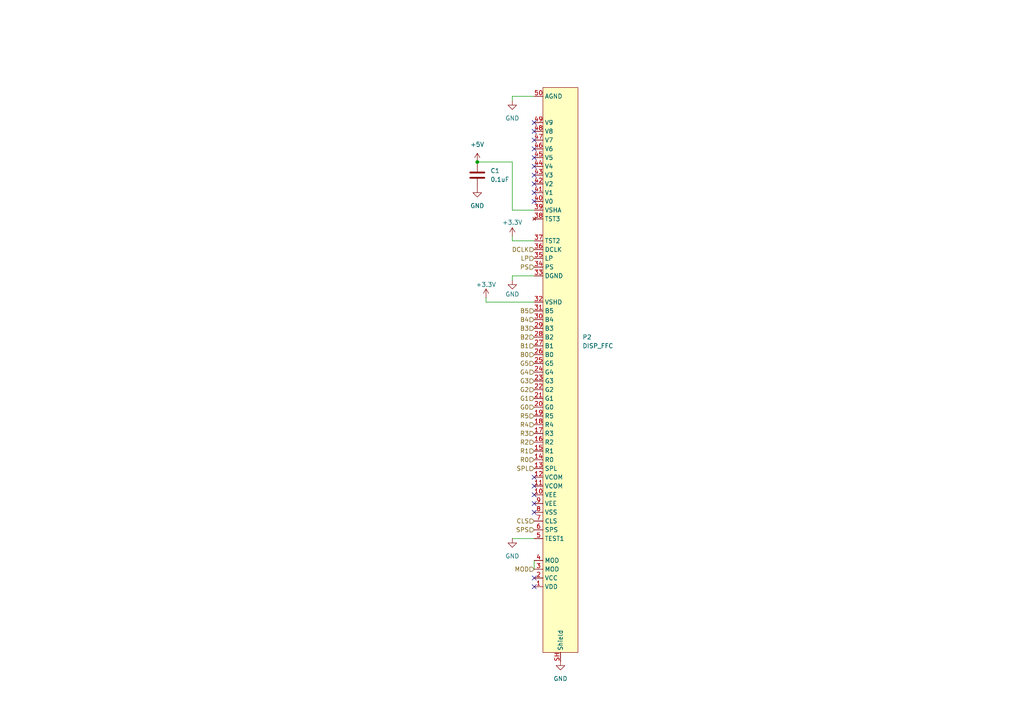
<source format=kicad_sch>
(kicad_sch (version 20250114) (generator "eeschema") (generator_version "9.0")
  (paper "A4")
  (lib_symbols
    (symbol "Device:C" (pin_numbers (hide yes)) (pin_names (offset 0.254))
      (property "Reference" "C" (at 0.635 2.54 0))
      (property "Value" "C" (at 0.635 -2.54 0))
      (symbol "C_0_1"
        (polyline (pts (xy -2.032 0.762) (xy 2.032 0.762)) (stroke (width 0.508)))
        (polyline (pts (xy -2.032 -0.762) (xy 2.032 -0.762)) (stroke (width 0.508)))
      )
      (symbol "C_1_1"
        (pin passive line (at 0 3.81 270) (length 2.794) (name "~") (number "1"))
        (pin passive line (at 0 -3.81 90) (length 2.794) (name "~") (number "2"))
      )
    )
    (symbol "gbc_display:DISP_FFC"
      (property "Reference" "P" (at 0 43.688 0))
      (property "Value" "DISP_FFC" (at 0 41.656 0))
      (symbol "DISP_FFC_1_1"
        (rectangle (start -5.08 40.64) (end 5.08 -123.19) (fill (type background)))
        (pin power_in line (at -7.62 38.1 0) (length 2.54) (name "AGND") (number "50"))
        (pin power_in line (at -7.62 30.48 0) (length 2.54) (name "V9") (number "49"))
        (pin power_in line (at -7.62 27.94 0) (length 2.54) (name "V8") (number "48"))
        (pin power_in line (at -7.62 25.4 0) (length 2.54) (name "V7") (number "47"))
        (pin power_in line (at -7.62 22.86 0) (length 2.54) (name "V6") (number "46"))
        (pin power_in line (at -7.62 20.32 0) (length 2.54) (name "V5") (number "45"))
        (pin power_in line (at -7.62 17.78 0) (length 2.54) (name "V4") (number "44"))
        (pin power_in line (at -7.62 15.24 0) (length 2.54) (name "V3") (number "43"))
        (pin power_in line (at -7.62 12.7 0) (length 2.54) (name "V2") (number "42"))
        (pin power_in line (at -7.62 10.16 0) (length 2.54) (name "V1") (number "41"))
        (pin power_in line (at -7.62 7.62 0) (length 2.54) (name "V0") (number "40"))
        (pin power_in line (at -7.62 5.08 0) (length 2.54) (name "VSHA") (number "39"))
        (pin no_connect line (at -7.62 2.54 0) (length 2.54) (name "TST3") (number "38"))
        (pin input line (at -7.62 -3.81 0) (length 2.54) (name "TST2") (number "37"))
        (pin input line (at -7.62 -6.35 0) (length 2.54) (name "DCLK") (number "36"))
        (pin input line (at -7.62 -8.89 0) (length 2.54) (name "LP") (number "35"))
        (pin input line (at -7.62 -11.43 0) (length 2.54) (name "PS") (number "34"))
        (pin power_in line (at -7.62 -13.97 0) (length 2.54) (name "DGND") (number "33"))
        (pin power_in line (at -7.62 -21.59 0) (length 2.54) (name "VSHD") (number "32"))
        (pin input line (at -7.62 -24.13 0) (length 2.54) (name "B5") (number "31"))
        (pin input line (at -7.62 -26.67 0) (length 2.54) (name "B4") (number "30"))
        (pin input line (at -7.62 -29.21 0) (length 2.54) (name "B3") (number "29"))
        (pin input line (at -7.62 -31.75 0) (length 2.54) (name "B2") (number "28"))
        (pin input line (at -7.62 -34.29 0) (length 2.54) (name "B1") (number "27"))
        (pin input line (at -7.62 -36.83 0) (length 2.54) (name "B0") (number "26"))
        (pin input line (at -7.62 -39.37 0) (length 2.54) (name "G5") (number "25"))
        (pin input line (at -7.62 -41.91 0) (length 2.54) (name "G4") (number "24"))
        (pin input line (at -7.62 -44.45 0) (length 2.54) (name "G3") (number "23"))
        (pin input line (at -7.62 -46.99 0) (length 2.54) (name "G2") (number "22"))
        (pin input line (at -7.62 -49.53 0) (length 2.54) (name "G1") (number "21"))
        (pin input line (at -7.62 -52.07 0) (length 2.54) (name "G0") (number "20"))
        (pin input line (at -7.62 -54.61 0) (length 2.54) (name "R5") (number "19"))
        (pin input line (at -7.62 -57.15 0) (length 2.54) (name "R4") (number "18"))
        (pin input line (at -7.62 -59.69 0) (length 2.54) (name "R3") (number "17"))
        (pin input line (at -7.62 -62.23 0) (length 2.54) (name "R2") (number "16"))
        (pin input line (at -7.62 -64.77 0) (length 2.54) (name "R1") (number "15"))
        (pin input line (at -7.62 -67.31 0) (length 2.54) (name "R0") (number "14"))
        (pin input line (at -7.62 -69.85 0) (length 2.54) (name "SPL") (number "13"))
        (pin power_in line (at -7.62 -72.39 0) (length 2.54) (name "VCOM") (number "12"))
        (pin power_in line (at -7.62 -74.93 0) (length 2.54) (name "VCOM") (number "11"))
        (pin power_in line (at -7.62 -77.47 0) (length 2.54) (name "VEE") (number "10"))
        (pin power_in line (at -7.62 -80.01 0) (length 2.54) (name "VEE") (number "9"))
        (pin power_in line (at -7.62 -82.55 0) (length 2.54) (name "VSS") (number "8"))
        (pin input line (at -7.62 -85.09 0) (length 2.54) (name "CLS") (number "7"))
        (pin input line (at -7.62 -87.63 0) (length 2.54) (name "SPS") (number "6"))
        (pin input line (at -7.62 -90.17 0) (length 2.54) (name "TEST1") (number "5"))
        (pin input line (at -7.62 -96.52 0) (length 2.54) (name "MOD") (number "4"))
        (pin input line (at -7.62 -99.06 0) (length 2.54) (name "MOD") (number "3"))
        (pin power_in line (at -7.62 -101.6 0) (length 2.54) (name "VCC") (number "2"))
        (pin power_in line (at -7.62 -104.14 0) (length 2.54) (name "VDD") (number "1"))
        (pin input line (at 0 -125.73 90) (length 2.54) (name "Shield") (number "SH"))
      )
    )
    (symbol "power:+3.3V" (power) (pin_numbers (hide yes)) (pin_names (offset 0) (hide yes))
      (property "Value" "+3.3V" (at 0 3.556 0))
      (symbol "+3.3V_0_1"
        (polyline (pts (xy -0.762 1.27) (xy 0 2.54)))
        (polyline (pts (xy 0 2.54) (xy 0.762 1.27)))
        (polyline (pts (xy 0 0) (xy 0 2.54)))
      )
      (symbol "+3.3V_1_1"
        (pin power_in line (at 0 0 90) (length 0) (name "~") (number "1"))
      )
    )
    (symbol "power:+5V" (power) (pin_numbers (hide yes)) (pin_names (offset 0) (hide yes))
      (property "Value" "+5V" (at 0 3.556 0))
      (symbol "+5V_0_1"
        (polyline (pts (xy -0.762 1.27) (xy 0 2.54)))
        (polyline (pts (xy 0 2.54) (xy 0.762 1.27)))
        (polyline (pts (xy 0 0) (xy 0 2.54)))
      )
      (symbol "+5V_1_1"
        (pin power_in line (at 0 0 90) (length 0) (name "~") (number "1"))
      )
    )
    (symbol "power:GND" (power) (pin_numbers (hide yes)) (pin_names (offset 0) (hide yes))
      (property "Value" "GND" (at 0 -3.81 0))
      (symbol "GND_0_1"
        (polyline (pts (xy 0 0) (xy 0 -1.27) (xy 1.27 -1.27) (xy 0 -2.54) (xy -1.27 -1.27) (xy 0 -1.27)))
      )
      (symbol "GND_1_1"
        (pin power_in line (at 0 0 270) (length 0) (name "~") (number "1"))
      )
    )
  )
  (junction (at 138.43 46.99))
  (no_connect (at 154.94 146.05))
  (no_connect (at 154.94 50.8))
  (no_connect (at 154.94 58.42))
  (no_connect (at 154.94 43.18))
  (no_connect (at 154.94 140.97))
  (no_connect (at 154.94 167.64))
  (no_connect (at 154.94 48.26))
  (no_connect (at 154.94 143.51))
  (no_connect (at 154.94 170.18))
  (no_connect (at 154.94 45.72))
  (no_connect (at 154.94 53.34))
  (no_connect (at 154.94 55.88))
  (no_connect (at 154.94 40.64))
  (no_connect (at 154.94 148.59))
  (no_connect (at 154.94 35.56))
  (no_connect (at 154.94 138.43))
  (no_connect (at 154.94 38.1))
  (wire (pts (xy 148.59 156.21) (xy 154.94 156.21)))
  (wire (pts (xy 148.59 29.21) (xy 148.59 27.94)))
  (wire (pts (xy 154.94 60.96) (xy 148.59 60.96)))
  (wire (pts (xy 148.59 27.94) (xy 154.94 27.94)))
  (wire (pts (xy 154.94 162.56) (xy 154.94 165.1)))
  (wire (pts (xy 138.43 46.99) (xy 148.59 46.99)))
  (wire (pts (xy 154.94 87.63) (xy 140.97 87.63)))
  (wire (pts (xy 148.59 80.01) (xy 148.59 81.28)))
  (wire (pts (xy 148.59 69.85) (xy 148.59 68.58)))
  (wire (pts (xy 154.94 69.85) (xy 148.59 69.85)))
  (wire (pts (xy 148.59 80.01) (xy 154.94 80.01)))
  (wire (pts (xy 148.59 60.96) (xy 148.59 46.99)))
  (wire (pts (xy 140.97 86.36) (xy 140.97 87.63)))
  (hierarchical_label "G1" (shape input) (at 154.94 115.57 180))
  (hierarchical_label "G3" (shape input) (at 154.94 110.49 180))
  (hierarchical_label "R2" (shape input) (at 154.94 128.27 180))
  (hierarchical_label "R4" (shape input) (at 154.94 123.19 180))
  (hierarchical_label "R5" (shape input) (at 154.94 120.65 180))
  (hierarchical_label "G4" (shape input) (at 154.94 107.95 180))
  (hierarchical_label "B3" (shape input) (at 154.94 95.25 180))
  (hierarchical_label "R0" (shape input) (at 154.94 133.35 180))
  (hierarchical_label "B1" (shape input) (at 154.94 100.33 180))
  (hierarchical_label "DCLK" (shape input) (at 154.94 72.39 180))
  (hierarchical_label "SPL" (shape input) (at 154.94 135.89 180))
  (hierarchical_label "G2" (shape input) (at 154.94 113.03 180))
  (hierarchical_label "B5" (shape input) (at 154.94 90.17 180))
  (hierarchical_label "G0" (shape input) (at 154.94 118.11 180))
  (hierarchical_label "B2" (shape input) (at 154.94 97.79 180))
  (hierarchical_label "G5" (shape input) (at 154.94 105.41 180))
  (hierarchical_label "B0" (shape input) (at 154.94 102.87 180))
  (hierarchical_label "R3" (shape input) (at 154.94 125.73 180))
  (hierarchical_label "R1" (shape input) (at 154.94 130.81 180))
  (hierarchical_label "PS" (shape input) (at 154.94 77.47 180))
  (hierarchical_label "LP" (shape input) (at 154.94 74.93 180))
  (hierarchical_label "SPS" (shape input) (at 154.94 153.67 180))
  (hierarchical_label "MOD" (shape input) (at 154.94 165.1 180))
  (hierarchical_label "CLS" (shape input) (at 154.94 151.13 180))
  (hierarchical_label "B4" (shape input) (at 154.94 92.71 180))
  (symbol (lib_id "power:GND") (at 138.43 54.61 0) (unit 1)
    (property "Reference" "#PWR018" (effects (hide yes)))
    (property "Value" "GND" (at 138.43 59.69 0))
    (property "Description" "Power symbol creates a global label with name \"GND\" , ground" (effects (hide yes)))
  )
  (symbol (lib_id "power:+3.3V") (at 140.97 86.36 0) (unit 1)
    (property "Reference" "#PWR022" (effects (hide yes)))
    (property "Value" "+3.3V" (at 140.97 82.55 0))
    (property "Description" "Power symbol creates a global label with name \"+3.3V\"" (effects (hide yes)))
  )
  (symbol (lib_id "power:GND") (at 148.59 156.21 0) (unit 1)
    (property "Reference" "#PWR020" (effects (hide yes)))
    (property "Value" "GND" (at 148.59 161.29 0))
    (property "Description" "Power symbol creates a global label with name \"GND\" , ground" (effects (hide yes)))
  )
  (symbol (lib_id "Device:C") (at 138.43 50.8 0) (unit 1)
    (property "Reference" "C1" (at 142.24 49.5299 0) (effects (justify left)))
    (property "Value" "0.1uF" (at 142.24 52.0699 0) (effects (justify left)))
    (property "Footprint" "Capacitor_SMD:C_0603_1608Metric_Pad1.08x0.95mm_HandSolder" (effects (hide yes)))
    (property "Description" "Unpolarized capacitor" (effects (hide yes)))
    (property "Mouser Part Number" " 81-GRM033R61C104KE4D " (effects (hide yes)))
  )
  (symbol (lib_id "power:GND") (at 148.59 29.21 0) (unit 1)
    (property "Reference" "#PWR016" (effects (hide yes)))
    (property "Value" "GND" (at 148.59 34.29 0))
    (property "Description" "Power symbol creates a global label with name \"GND\" , ground" (effects (hide yes)))
  )
  (symbol (lib_id "power:GND") (at 148.59 81.28 0) (unit 1)
    (property "Reference" "#PWR021" (effects (hide yes)))
    (property "Value" "GND" (at 148.59 85.344 0))
    (property "Description" "Power symbol creates a global label with name \"GND\" , ground" (effects (hide yes)))
  )
  (symbol (lib_id "power:+3.3V") (at 148.59 68.58 0) (unit 1)
    (property "Reference" "#PWR019" (effects (hide yes)))
    (property "Value" "+3.3V" (at 148.59 64.516 0))
    (property "Description" "Power symbol creates a global label with name \"+3.3V\"" (effects (hide yes)))
  )
  (symbol (lib_id "power:GND") (at 162.56 191.77 0) (unit 1)
    (property "Reference" "#PWR069" (effects (hide yes)))
    (property "Value" "GND" (at 162.56 196.85 0))
    (property "Description" "Power symbol creates a global label with name \"GND\" , ground" (effects (hide yes)))
  )
  (symbol (lib_id "gbc_display:DISP_FFC") (at 162.56 66.04 0) (unit 1)
    (property "Reference" "P2" (at 168.91 97.7899 0) (effects (justify left)))
    (property "Value" "DISP_FFC" (at 168.91 100.3299 0) (effects (justify left)))
    (property "Footprint" "gbc_repro_lib:AMPHENOL_62684-502100AHLF" (effects (hide yes)))
    (property "Mouser Part Number" " 649-62684-502100AHLF " (effects (hide yes)))
  )
  (symbol (lib_id "power:+5V") (at 138.43 46.99 0) (unit 1)
    (property "Reference" "#PWR017" (effects (hide yes)))
    (property "Value" "+5V" (at 138.43 41.91 0))
    (property "Description" "Power symbol creates a global label with name \"+5V\"" (effects (hide yes)))
  )
)
</source>
